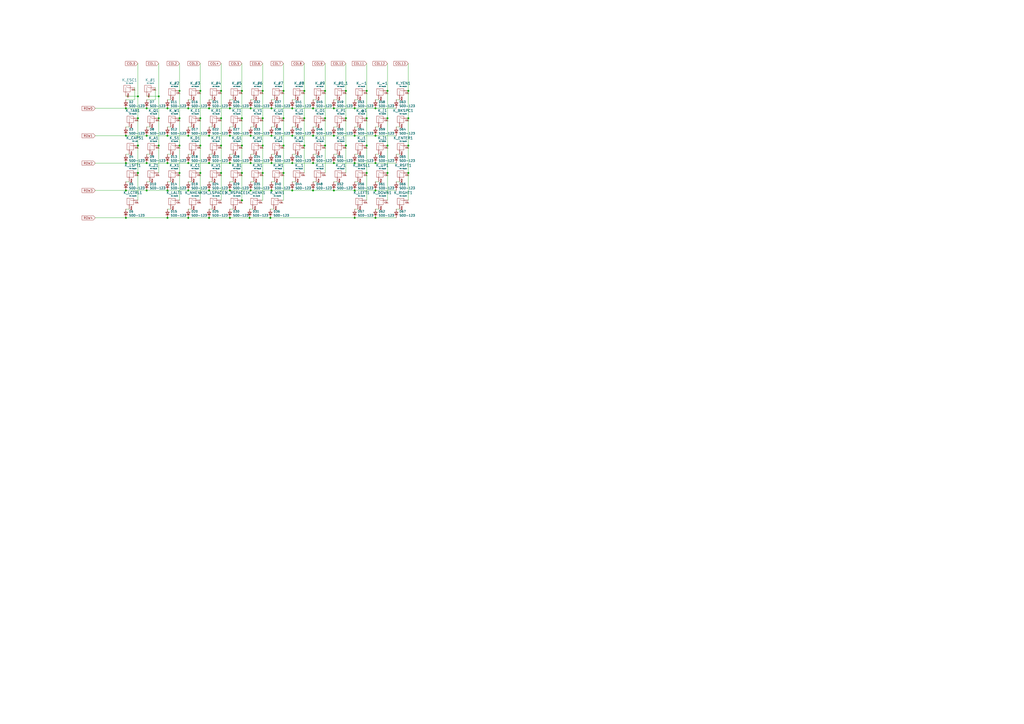
<source format=kicad_sch>
(kicad_sch (version 20211123) (generator eeschema)
  (paper "A2")
  (junction (at 128.27 84.455))
  (junction (at 217.805 62.865))
  (junction (at 181.61 110.49))
  (junction (at 152.4 84.455))
  (junction (at 109.22 78.74))
  (junction (at 212.725 100.33))
  (junction (at 73.025 78.74))
  (junction (at 97.155 126.365))
  (junction (at 145.415 62.865))
  (junction (at 128.27 68.58))
  (junction (at 133.35 126.365))
  (junction (at 121.285 126.365))
  (junction (at 80.01 68.58))
  (junction (at 116.205 100.33))
  (junction (at 200.66 52.705))
  (junction (at 109.22 62.865))
  (junction (at 145.415 110.49))
  (junction (at 92.075 68.58))
  (junction (at 157.48 62.865))
  (junction (at 164.465 68.58))
  (junction (at 217.805 126.365))
  (junction (at 152.4 68.58))
  (junction (at 188.595 84.455))
  (junction (at 236.855 84.455))
  (junction (at 121.285 62.865))
  (junction (at 133.35 94.615))
  (junction (at 121.285 78.74))
  (junction (at 121.285 110.49))
  (junction (at 181.61 94.615))
  (junction (at 133.35 78.74))
  (junction (at 181.61 78.74))
  (junction (at 157.48 94.615))
  (junction (at 73.025 62.865))
  (junction (at 188.595 52.705))
  (junction (at 193.675 110.49))
  (junction (at 85.09 78.74))
  (junction (at 169.545 94.615))
  (junction (at 217.805 78.74))
  (junction (at 212.725 52.705))
  (junction (at 144.78 126.365))
  (junction (at 152.4 100.33))
  (junction (at 140.335 68.58))
  (junction (at 80.01 55.88))
  (junction (at 200.66 84.455))
  (junction (at 104.14 68.58))
  (junction (at 104.14 52.705))
  (junction (at 73.025 126.365))
  (junction (at 121.285 94.615))
  (junction (at 212.725 68.58))
  (junction (at 128.27 100.33))
  (junction (at 109.22 94.615))
  (junction (at 176.53 68.58))
  (junction (at 116.205 52.705))
  (junction (at 157.48 78.74))
  (junction (at 169.545 110.49))
  (junction (at 152.4 52.705))
  (junction (at 217.805 110.49))
  (junction (at 212.725 84.455))
  (junction (at 80.01 84.455))
  (junction (at 156.845 126.365))
  (junction (at 236.855 52.705))
  (junction (at 109.22 110.49))
  (junction (at 140.335 116.205))
  (junction (at 205.74 78.74))
  (junction (at 205.74 94.615))
  (junction (at 116.205 68.58))
  (junction (at 176.53 84.455))
  (junction (at 97.155 110.49))
  (junction (at 224.79 84.455))
  (junction (at 188.595 68.58))
  (junction (at 80.01 100.33))
  (junction (at 85.09 94.615))
  (junction (at 224.79 52.705))
  (junction (at 224.79 68.58))
  (junction (at 85.09 62.865))
  (junction (at 92.075 84.455))
  (junction (at 193.675 94.615))
  (junction (at 181.61 62.865))
  (junction (at 133.35 110.49))
  (junction (at 97.155 94.615))
  (junction (at 104.14 84.455))
  (junction (at 85.09 110.49))
  (junction (at 145.415 94.615))
  (junction (at 116.205 84.455))
  (junction (at 97.155 78.74))
  (junction (at 164.465 84.455))
  (junction (at 104.14 100.33))
  (junction (at 224.79 100.33))
  (junction (at 73.025 110.49))
  (junction (at 145.415 78.74))
  (junction (at 169.545 78.74))
  (junction (at 236.855 100.33))
  (junction (at 205.74 110.49))
  (junction (at 200.66 68.58))
  (junction (at 109.22 126.365))
  (junction (at 157.48 110.49))
  (junction (at 164.465 100.33))
  (junction (at 193.675 62.865))
  (junction (at 176.53 52.705))
  (junction (at 140.335 52.705))
  (junction (at 205.74 62.865))
  (junction (at 73.025 94.615))
  (junction (at 217.805 94.615))
  (junction (at 128.27 52.705))
  (junction (at 164.465 52.705))
  (junction (at 193.675 78.74))
  (junction (at 97.155 62.865))
  (junction (at 205.74 126.365))
  (junction (at 92.075 55.88))
  (junction (at 140.335 100.33))
  (junction (at 140.335 84.455))
  (junction (at 169.545 62.865))
  (junction (at 133.35 62.865))
  (junction (at 236.855 68.58))
  (wire (pts (xy 157.48 57.785) (xy 159.385 57.785)))
  (wire (pts (xy 217.805 78.74) (xy 229.87 78.74)))
  (wire (pts (xy 97.155 121.285) (xy 99.06 121.285)))
  (wire (pts (xy 92.075 36.83) (xy 92.075 55.88)))
  (wire (pts (xy 217.805 121.285) (xy 219.71 121.285)))
  (wire (pts (xy 157.48 110.49) (xy 145.415 110.49)))
  (wire (pts (xy 169.545 73.66) (xy 171.45 73.66)))
  (wire (pts (xy 85.09 89.535) (xy 86.995 89.535)))
  (wire (pts (xy 169.545 62.865) (xy 181.61 62.865)))
  (wire (pts (xy 193.675 110.49) (xy 181.61 110.49)))
  (wire (pts (xy 200.66 100.33) (xy 200.66 84.455)))
  (wire (pts (xy 217.805 105.41) (xy 219.71 105.41)))
  (wire (pts (xy 145.415 110.49) (xy 133.35 110.49)))
  (wire (pts (xy 144.78 121.285) (xy 146.685 121.285)))
  (wire (pts (xy 169.545 110.49) (xy 157.48 110.49)))
  (wire (pts (xy 145.415 78.74) (xy 133.35 78.74)))
  (wire (pts (xy 121.285 126.365) (xy 133.35 126.365)))
  (wire (pts (xy 229.87 105.41) (xy 231.775 105.41)))
  (wire (pts (xy 92.075 68.58) (xy 92.075 84.455)))
  (wire (pts (xy 212.725 84.455) (xy 212.725 100.33)))
  (wire (pts (xy 109.22 105.41) (xy 111.125 105.41)))
  (wire (pts (xy 157.48 105.41) (xy 159.385 105.41)))
  (wire (pts (xy 188.595 52.705) (xy 188.595 68.58)))
  (wire (pts (xy 212.725 52.705) (xy 212.725 68.58)))
  (wire (pts (xy 205.74 57.785) (xy 207.645 57.785)))
  (wire (pts (xy 90.17 50.8) (xy 90.17 57.785)))
  (wire (pts (xy 73.025 110.49) (xy 55.245 110.49)))
  (wire (pts (xy 163.83 116.205) (xy 164.465 116.205)))
  (wire (pts (xy 224.79 68.58) (xy 224.79 84.455)))
  (wire (pts (xy 164.465 100.33) (xy 164.465 116.205)))
  (wire (pts (xy 188.595 84.455) (xy 188.595 100.33)))
  (wire (pts (xy 152.4 100.33) (xy 152.4 116.205)))
  (wire (pts (xy 157.48 94.615) (xy 145.415 94.615)))
  (wire (pts (xy 121.285 73.66) (xy 123.19 73.66)))
  (wire (pts (xy 145.415 73.66) (xy 147.32 73.66)))
  (wire (pts (xy 224.79 84.455) (xy 224.79 100.33)))
  (wire (pts (xy 121.285 121.285) (xy 123.19 121.285)))
  (wire (pts (xy 164.465 84.455) (xy 164.465 100.33)))
  (wire (pts (xy 236.855 84.455) (xy 236.855 100.33)))
  (wire (pts (xy 104.14 68.58) (xy 104.14 52.705)))
  (wire (pts (xy 128.27 84.455) (xy 128.27 68.58)))
  (wire (pts (xy 73.025 126.365) (xy 97.155 126.365)))
  (wire (pts (xy 157.48 62.865) (xy 169.545 62.865)))
  (wire (pts (xy 229.87 121.285) (xy 231.775 121.285)))
  (wire (pts (xy 73.025 57.785) (xy 78.105 57.785)))
  (wire (pts (xy 97.155 57.785) (xy 99.06 57.785)))
  (wire (pts (xy 205.74 94.615) (xy 217.805 94.615)))
  (wire (pts (xy 85.09 110.49) (xy 97.155 110.49)))
  (wire (pts (xy 97.155 62.865) (xy 109.22 62.865)))
  (wire (pts (xy 104.14 52.705) (xy 104.14 36.83)))
  (wire (pts (xy 217.805 126.365) (xy 229.87 126.365)))
  (wire (pts (xy 217.805 73.66) (xy 219.71 73.66)))
  (wire (pts (xy 205.74 78.74) (xy 193.675 78.74)))
  (wire (pts (xy 104.14 100.33) (xy 104.14 84.455)))
  (wire (pts (xy 145.415 62.865) (xy 157.48 62.865)))
  (wire (pts (xy 73.025 62.865) (xy 85.09 62.865)))
  (wire (pts (xy 193.675 62.865) (xy 205.74 62.865)))
  (wire (pts (xy 181.61 89.535) (xy 183.515 89.535)))
  (wire (pts (xy 133.35 110.49) (xy 121.285 110.49)))
  (wire (pts (xy 236.855 68.58) (xy 236.855 84.455)))
  (wire (pts (xy 176.53 52.705) (xy 176.53 36.83)))
  (wire (pts (xy 128.27 100.33) (xy 128.27 116.205)))
  (wire (pts (xy 181.61 110.49) (xy 169.545 110.49)))
  (wire (pts (xy 164.465 68.58) (xy 164.465 84.455)))
  (wire (pts (xy 121.285 78.74) (xy 109.22 78.74)))
  (wire (pts (xy 80.01 55.88) (xy 80.01 68.58)))
  (wire (pts (xy 156.845 126.365) (xy 205.74 126.365)))
  (wire (pts (xy 212.725 36.83) (xy 212.725 52.705)))
  (wire (pts (xy 80.01 116.205) (xy 80.01 100.33)))
  (wire (pts (xy 188.595 68.58) (xy 188.595 84.455)))
  (wire (pts (xy 229.87 89.535) (xy 231.775 89.535)))
  (wire (pts (xy 205.74 110.49) (xy 193.675 110.49)))
  (wire (pts (xy 169.545 89.535) (xy 171.45 89.535)))
  (wire (pts (xy 97.155 126.365) (xy 109.22 126.365)))
  (wire (pts (xy 73.025 73.66) (xy 74.93 73.66)))
  (wire (pts (xy 109.22 110.49) (xy 97.155 110.49)))
  (wire (pts (xy 156.845 121.285) (xy 158.75 121.285)))
  (wire (pts (xy 176.53 100.33) (xy 176.53 84.455)))
  (wire (pts (xy 205.74 105.41) (xy 207.645 105.41)))
  (wire (pts (xy 116.205 52.705) (xy 116.205 68.58)))
  (wire (pts (xy 164.465 36.83) (xy 164.465 52.705)))
  (wire (pts (xy 73.025 110.49) (xy 85.09 110.49)))
  (wire (pts (xy 121.285 89.535) (xy 123.19 89.535)))
  (wire (pts (xy 157.48 89.535) (xy 159.385 89.535)))
  (wire (pts (xy 164.465 52.705) (xy 164.465 68.58)))
  (wire (pts (xy 109.22 126.365) (xy 121.285 126.365)))
  (wire (pts (xy 140.335 116.205) (xy 140.97 116.205)))
  (wire (pts (xy 205.74 73.66) (xy 207.645 73.66)))
  (wire (pts (xy 205.74 62.865) (xy 217.805 62.865)))
  (wire (pts (xy 133.35 89.535) (xy 135.255 89.535)))
  (wire (pts (xy 200.66 68.58) (xy 200.66 52.705)))
  (wire (pts (xy 140.335 84.455) (xy 140.335 100.33)))
  (wire (pts (xy 85.09 55.88) (xy 92.075 55.88)))
  (wire (pts (xy 109.22 73.66) (xy 111.125 73.66)))
  (wire (pts (xy 193.675 89.535) (xy 195.58 89.535)))
  (wire (pts (xy 212.725 68.58) (xy 212.725 84.455)))
  (wire (pts (xy 145.415 89.535) (xy 147.32 89.535)))
  (wire (pts (xy 181.61 62.865) (xy 193.675 62.865)))
  (wire (pts (xy 109.22 62.865) (xy 121.285 62.865)))
  (wire (pts (xy 140.335 36.83) (xy 140.335 52.705)))
  (wire (pts (xy 152.4 84.455) (xy 152.4 100.33)))
  (wire (pts (xy 73.025 94.615) (xy 55.245 94.615)))
  (wire (pts (xy 140.335 100.33) (xy 140.335 116.205)))
  (wire (pts (xy 85.09 105.41) (xy 86.995 105.41)))
  (wire (pts (xy 116.205 116.205) (xy 116.205 100.33)))
  (wire (pts (xy 181.61 57.785) (xy 183.515 57.785)))
  (wire (pts (xy 224.79 52.705) (xy 224.79 36.83)))
  (wire (pts (xy 224.79 68.58) (xy 224.79 52.705)))
  (wire (pts (xy 157.48 78.74) (xy 145.415 78.74)))
  (wire (pts (xy 151.765 116.205) (xy 152.4 116.205)))
  (wire (pts (xy 97.155 89.535) (xy 99.06 89.535)))
  (wire (pts (xy 193.675 57.785) (xy 195.58 57.785)))
  (wire (pts (xy 236.855 100.33) (xy 236.855 116.205)))
  (wire (pts (xy 140.335 68.58) (xy 140.335 84.455)))
  (wire (pts (xy 116.205 36.83) (xy 116.205 52.705)))
  (wire (pts (xy 104.14 116.205) (xy 104.14 100.33)))
  (wire (pts (xy 145.415 57.785) (xy 147.32 57.785)))
  (wire (pts (xy 217.805 110.49) (xy 229.87 110.49)))
  (wire (pts (xy 181.61 78.74) (xy 169.545 78.74)))
  (wire (pts (xy 181.61 105.41) (xy 183.515 105.41)))
  (wire (pts (xy 109.22 94.615) (xy 97.155 94.615)))
  (wire (pts (xy 205.74 89.535) (xy 207.645 89.535)))
  (wire (pts (xy 97.155 73.66) (xy 99.06 73.66)))
  (wire (pts (xy 97.155 78.74) (xy 85.09 78.74)))
  (wire (pts (xy 217.805 78.74) (xy 205.74 78.74)))
  (wire (pts (xy 169.545 105.41) (xy 171.45 105.41)))
  (wire (pts (xy 205.74 110.49) (xy 217.805 110.49)))
  (wire (pts (xy 80.01 84.455) (xy 80.01 100.33)))
  (wire (pts (xy 116.205 84.455) (xy 116.205 100.33)))
  (wire (pts (xy 145.415 94.615) (xy 133.35 94.615)))
  (wire (pts (xy 55.245 62.865) (xy 73.025 62.865)))
  (wire (pts (xy 133.35 105.41) (xy 135.255 105.41)))
  (wire (pts (xy 73.025 55.88) (xy 80.01 55.88)))
  (wire (pts (xy 193.675 105.41) (xy 195.58 105.41)))
  (wire (pts (xy 97.155 105.41) (xy 99.06 105.41)))
  (wire (pts (xy 128.27 100.33) (xy 128.27 84.455)))
  (wire (pts (xy 128.27 52.705) (xy 128.27 36.83)))
  (wire (pts (xy 121.285 110.49) (xy 109.22 110.49)))
  (wire (pts (xy 181.61 94.615) (xy 169.545 94.615)))
  (wire (pts (xy 169.545 94.615) (xy 157.48 94.615)))
  (wire (pts (xy 104.14 84.455) (xy 104.14 68.58)))
  (wire (pts (xy 85.09 94.615) (xy 73.025 94.615)))
  (wire (pts (xy 109.22 78.74) (xy 97.155 78.74)))
  (wire (pts (xy 152.4 52.705) (xy 152.4 36.83)))
  (wire (pts (xy 121.285 62.865) (xy 133.35 62.865)))
  (wire (pts (xy 116.205 68.58) (xy 116.205 84.455)))
  (wire (pts (xy 128.27 68.58) (xy 128.27 52.705)))
  (wire (pts (xy 193.675 78.74) (xy 181.61 78.74)))
  (wire (pts (xy 85.09 73.66) (xy 86.995 73.66)))
  (wire (pts (xy 109.22 121.285) (xy 111.125 121.285)))
  (wire (pts (xy 121.285 57.785) (xy 123.19 57.785)))
  (wire (pts (xy 152.4 68.58) (xy 152.4 84.455)))
  (wire (pts (xy 236.855 36.83) (xy 236.855 52.705)))
  (wire (pts (xy 133.35 94.615) (xy 121.285 94.615)))
  (wire (pts (xy 205.74 94.615) (xy 193.675 94.615)))
  (wire (pts (xy 92.075 84.455) (xy 92.075 100.33)))
  (wire (pts (xy 169.545 57.785) (xy 171.45 57.785)))
  (wire (pts (xy 229.87 57.785) (xy 231.775 57.785)))
  (wire (pts (xy 145.415 105.41) (xy 147.32 105.41)))
  (wire (pts (xy 133.35 73.66) (xy 135.255 73.66)))
  (wire (pts (xy 157.48 73.66) (xy 159.385 73.66)))
  (wire (pts (xy 85.09 57.785) (xy 90.17 57.785)))
  (wire (pts (xy 85.09 78.74) (xy 73.025 78.74)))
  (wire (pts (xy 73.025 121.285) (xy 74.93 121.285)))
  (wire (pts (xy 133.35 62.865) (xy 145.415 62.865)))
  (wire (pts (xy 176.53 84.455) (xy 176.53 68.58)))
  (wire (pts (xy 205.74 121.285) (xy 207.645 121.285)))
  (wire (pts (xy 121.285 105.41) (xy 123.19 105.41)))
  (wire (pts (xy 152.4 68.58) (xy 152.4 52.705)))
  (wire (pts (xy 200.66 52.705) (xy 200.66 36.83)))
  (wire (pts (xy 109.22 89.535) (xy 111.125 89.535)))
  (wire (pts (xy 217.805 57.785) (xy 219.71 57.785)))
  (wire (pts (xy 73.025 89.535) (xy 74.93 89.535)))
  (wire (pts (xy 229.87 73.66) (xy 231.775 73.66)))
  (wire (pts (xy 188.595 36.83) (xy 188.595 52.705)))
  (wire (pts (xy 200.66 84.455) (xy 200.66 68.58)))
  (wire (pts (xy 73.025 105.41) (xy 74.93 105.41)))
  (wire (pts (xy 80.01 36.83) (xy 80.01 55.88)))
  (wire (pts (xy 236.855 52.705) (xy 236.855 68.58)))
  (wire (pts (xy 217.805 89.535) (xy 219.71 89.535)))
  (wire (pts (xy 176.53 68.58) (xy 176.53 52.705)))
  (wire (pts (xy 85.09 62.865) (xy 97.155 62.865)))
  (wire (pts (xy 193.675 73.66) (xy 195.58 73.66)))
  (wire (pts (xy 97.155 94.615) (xy 85.09 94.615)))
  (wire (pts (xy 217.805 62.865) (xy 229.87 62.865)))
  (wire (pts (xy 80.01 68.58) (xy 80.01 84.455)))
  (wire (pts (xy 181.61 73.66) (xy 183.515 73.66)))
  (wire (pts (xy 133.35 57.785) (xy 135.255 57.785)))
  (wire (pts (xy 169.545 78.74) (xy 157.48 78.74)))
  (wire (pts (xy 133.35 126.365) (xy 144.78 126.365)))
  (wire (pts (xy 133.35 121.285) (xy 135.255 121.285)))
  (wire (pts (xy 78.105 50.8) (xy 78.105 57.785)))
  (wire (pts (xy 224.79 100.33) (xy 224.79 116.205)))
  (wire (pts (xy 109.22 57.785) (xy 111.125 57.785)))
  (wire (pts (xy 121.285 94.615) (xy 109.22 94.615)))
  (wire (pts (xy 140.335 52.705) (xy 140.335 68.58)))
  (wire (pts (xy 217.805 94.615) (xy 229.87 94.615)))
  (wire (pts (xy 92.075 55.88) (xy 92.075 68.58)))
  (wire (pts (xy 193.675 94.615) (xy 181.61 94.615)))
  (wire (pts (xy 205.74 126.365) (xy 217.805 126.365)))
  (wire (pts (xy 133.35 78.74) (xy 121.285 78.74)))
  (wire (pts (xy 212.725 100.33) (xy 212.725 116.205)))
  (wire (pts (xy 144.78 126.365) (xy 156.845 126.365)))
  (wire (pts (xy 73.025 78.74) (xy 55.245 78.74)))
  (wire (pts (xy 73.025 126.365) (xy 55.245 126.365)))
  (global_label "COL7" (shape input) (at 164.465 36.83 180) (property "Intersheet References" "${INTERSHEET_REFS}" (effects hide)))
  (global_label "COL1" (shape input) (at 92.075 36.83 180) (property "Intersheet References" "${INTERSHEET_REFS}" (effects hide)))
  (global_label "ROW3" (shape input) (at 55.245 110.49 180) (property "Intersheet References" "${INTERSHEET_REFS}" (effects hide)))
  (global_label "COL12" (shape input) (at 224.79 36.83 180) (property "Intersheet References" "${INTERSHEET_REFS}" (effects hide)))
  (global_label "COL11" (shape input) (at 212.725 36.83 180) (property "Intersheet References" "${INTERSHEET_REFS}" (effects hide)))
  (global_label "COL3" (shape input) (at 116.205 36.83 180) (property "Intersheet References" "${INTERSHEET_REFS}" (effects hide)))
  (global_label "COL2" (shape input) (at 104.14 36.83 180) (property "Intersheet References" "${INTERSHEET_REFS}" (effects hide)))
  (global_label "ROW2" (shape input) (at 55.245 94.615 180) (property "Intersheet References" "${INTERSHEET_REFS}" (effects hide)))
  (global_label "COL9" (shape input) (at 188.595 36.83 180) (property "Intersheet References" "${INTERSHEET_REFS}" (effects hide)))
  (global_label "ROW0" (shape input) (at 55.245 62.865 180) (property "Intersheet References" "${INTERSHEET_REFS}" (effects hide)))
  (global_label "ROW4" (shape input) (at 55.245 126.365 180) (property "Intersheet References" "${INTERSHEET_REFS}" (effects hide)))
  (global_label "COL10" (shape input) (at 200.66 36.83 180) (property "Intersheet References" "${INTERSHEET_REFS}" (effects hide)))
  (global_label "COL4" (shape input) (at 128.27 36.83 180) (property "Intersheet References" "${INTERSHEET_REFS}" (effects hide)))
  (global_label "COL13" (shape input) (at 236.855 36.83 180) (property "Intersheet References" "${INTERSHEET_REFS}" (effects hide)))
  (global_label "COL6" (shape input) (at 152.4 36.83 180) (property "Intersheet References" "${INTERSHEET_REFS}" (effects hide)))
  (global_label "COL5" (shape input) (at 140.335 36.83 180) (property "Intersheet References" "${INTERSHEET_REFS}" (effects hide)))
  (global_label "COL0" (shape input) (at 80.01 36.83 180) (property "Intersheet References" "${INTERSHEET_REFS}" (effects hide)))
  (global_label "ROW1" (shape input) (at 55.245 78.74 180) (property "Intersheet References" "${INTERSHEET_REFS}" (effects hide)))
  (global_label "COL8" (shape input) (at 176.53 36.83 180) (property "Intersheet References" "${INTERSHEET_REFS}" (effects hide)))
  (symbol (lib_id "MX_Alps_Hybrid:MX-NoLED") (at 74.295 52.07 0) (unit 1)
    (property "Reference" "K_ESC1" (at 75.1332 46.4058 0) (effects (font (size 1.524 1.524))))
    (property "Value" "MX-NoLED" (at 75.1332 48.2854 0) (effects (font (size 0.508 0.508))))
    (property "Footprint" "MX_Only:MXOnly-1U-Hotswap" (effects hide))
  )
  (symbol (lib_id "Device:D_Small") (at 73.025 60.325 90) (unit 1)
    (property "Reference" "D2" (at 74.7522 59.1566 90) (effects (justify right)))
    (property "Value" "SOD-123" (at 74.7522 61.468 90) (effects (justify right)))
    (property "Footprint" "Diode_SMD:D_SOD-123" (effects hide))
  )
  (symbol (lib_id "MX_Alps_Hybrid:MX-NoLED") (at 86.36 52.07 0) (unit 1)
    (property "Reference" "K_#1" (at 87.1982 46.4058 0) (effects (font (size 1.524 1.524))))
    (property "Value" "MX-NoLED" (at 87.1982 48.2854 0) (effects (font (size 0.508 0.508))))
    (property "Footprint" "MX_Only:MXOnly-1U-Hotswap" (effects hide))
  )
  (symbol (lib_id "Device:D_Small") (at 85.09 60.325 90) (unit 1)
    (property "Reference" "D7" (at 86.8172 59.1566 90) (effects (justify right)))
    (property "Value" "SOD-123" (at 86.8172 61.468 90) (effects (justify right)))
    (property "Footprint" "Diode_SMD:D_SOD-123" (effects hide))
  )
  (symbol (lib_id "MX_Alps_Hybrid:MX-NoLED") (at 100.33 53.975 0) (unit 1)
    (property "Reference" "K_#2" (at 101.1682 48.3108 0) (effects (font (size 1.524 1.524))))
    (property "Value" "MX-NoLED" (at 101.1682 50.1904 0) (effects (font (size 0.508 0.508))))
    (property "Footprint" "MX_Only:MXOnly-1U-Hotswap" (effects hide))
  )
  (symbol (lib_id "Device:D_Small") (at 97.155 60.325 90) (unit 1)
    (property "Reference" "D11" (at 98.8822 59.1566 90) (effects (justify right)))
    (property "Value" "SOD-123" (at 98.8822 61.468 90) (effects (justify right)))
    (property "Footprint" "Diode_SMD:D_SOD-123" (effects hide))
  )
  (symbol (lib_id "MX_Alps_Hybrid:MX-NoLED") (at 112.395 53.975 0) (unit 1)
    (property "Reference" "K_#3" (at 113.2332 48.3108 0) (effects (font (size 1.524 1.524))))
    (property "Value" "MX-NoLED" (at 113.2332 50.1904 0) (effects (font (size 0.508 0.508))))
    (property "Footprint" "MX_Only:MXOnly-1U-Hotswap" (effects hide))
  )
  (symbol (lib_id "Device:D_Small") (at 109.22 60.325 90) (unit 1)
    (property "Reference" "D16" (at 110.9472 59.1566 90) (effects (justify right)))
    (property "Value" "SOD-123" (at 110.9472 61.468 90) (effects (justify right)))
    (property "Footprint" "Diode_SMD:D_SOD-123" (effects hide))
  )
  (symbol (lib_id "MX_Alps_Hybrid:MX-NoLED") (at 124.46 53.975 0) (unit 1)
    (property "Reference" "K_#4" (at 125.2982 48.3108 0) (effects (font (size 1.524 1.524))))
    (property "Value" "MX-NoLED" (at 125.2982 50.1904 0) (effects (font (size 0.508 0.508))))
    (property "Footprint" "MX_Only:MXOnly-1U-Hotswap" (effects hide))
  )
  (symbol (lib_id "Device:D_Small") (at 121.285 60.325 90) (unit 1)
    (property "Reference" "D21" (at 123.0122 59.1566 90) (effects (justify right)))
    (property "Value" "SOD-123" (at 123.0122 61.468 90) (effects (justify right)))
    (property "Footprint" "Diode_SMD:D_SOD-123" (effects hide))
  )
  (symbol (lib_id "MX_Alps_Hybrid:MX-NoLED") (at 136.525 53.975 0) (unit 1)
    (property "Reference" "K_#5" (at 137.3632 48.3108 0) (effects (font (size 1.524 1.524))))
    (property "Value" "MX-NoLED" (at 137.3632 50.1904 0) (effects (font (size 0.508 0.508))))
    (property "Footprint" "MX_Only:MXOnly-1U-Hotswap" (effects hide))
  )
  (symbol (lib_id "Device:D_Small") (at 133.35 60.325 90) (unit 1)
    (property "Reference" "D26" (at 135.0772 59.1566 90) (effects (justify right)))
    (property "Value" "SOD-123" (at 135.0772 61.468 90) (effects (justify right)))
    (property "Footprint" "Diode_SMD:D_SOD-123" (effects hide))
  )
  (symbol (lib_id "MX_Alps_Hybrid:MX-NoLED") (at 148.59 53.975 0) (unit 1)
    (property "Reference" "K_#6" (at 149.4282 48.3108 0) (effects (font (size 1.524 1.524))))
    (property "Value" "MX-NoLED" (at 149.4282 50.1904 0) (effects (font (size 0.508 0.508))))
    (property "Footprint" "MX_Only:MXOnly-1U-Hotswap" (effects hide))
  )
  (symbol (lib_id "Device:D_Small") (at 145.415 60.325 90) (unit 1)
    (property "Reference" "D32" (at 147.1422 59.1566 90) (effects (justify right)))
    (property "Value" "SOD-123" (at 147.1422 61.468 90) (effects (justify right)))
    (property "Footprint" "Diode_SMD:D_SOD-123" (effects hide))
  )
  (symbol (lib_id "MX_Alps_Hybrid:MX-NoLED") (at 160.655 53.975 0) (unit 1)
    (property "Reference" "K_#7" (at 161.4932 48.3108 0) (effects (font (size 1.524 1.524))))
    (property "Value" "MX-NoLED" (at 161.4932 50.1904 0) (effects (font (size 0.508 0.508))))
    (property "Footprint" "MX_Only:MXOnly-1U-Hotswap" (effects hide))
  )
  (symbol (lib_id "Device:D_Small") (at 157.48 60.325 90) (unit 1)
    (property "Reference" "D37" (at 159.2072 59.1566 90) (effects (justify right)))
    (property "Value" "SOD-123" (at 159.2072 61.468 90) (effects (justify right)))
    (property "Footprint" "Diode_SMD:D_SOD-123" (effects hide))
  )
  (symbol (lib_id "MX_Alps_Hybrid:MX-NoLED") (at 172.72 53.975 0) (unit 1)
    (property "Reference" "K_#8" (at 173.5582 48.3108 0) (effects (font (size 1.524 1.524))))
    (property "Value" "MX-NoLED" (at 173.5582 50.1904 0) (effects (font (size 0.508 0.508))))
    (property "Footprint" "MX_Only:MXOnly-1U-Hotswap" (effects hide))
  )
  (symbol (lib_id "Device:D_Small") (at 169.545 60.325 90) (unit 1)
    (property "Reference" "D41" (at 171.2722 59.1566 90) (effects (justify right)))
    (property "Value" "SOD-123" (at 171.2722 61.468 90) (effects (justify right)))
    (property "Footprint" "Diode_SMD:D_SOD-123" (effects hide))
  )
  (symbol (lib_id "MX_Alps_Hybrid:MX-NoLED") (at 184.785 53.975 0) (unit 1)
    (property "Reference" "K_#9" (at 185.6232 48.3108 0) (effects (font (size 1.524 1.524))))
    (property "Value" "MX-NoLED" (at 185.6232 50.1904 0) (effects (font (size 0.508 0.508))))
    (property "Footprint" "MX_Only:MXOnly-1U-Hotswap" (effects hide))
  )
  (symbol (lib_id "Device:D_Small") (at 181.61 60.325 90) (unit 1)
    (property "Reference" "D45" (at 183.3372 59.1566 90) (effects (justify right)))
    (property "Value" "SOD-123" (at 183.3372 61.468 90) (effects (justify right)))
    (property "Footprint" "Diode_SMD:D_SOD-123" (effects hide))
  )
  (symbol (lib_id "MX_Alps_Hybrid:MX-NoLED") (at 196.85 53.975 0) (unit 1)
    (property "Reference" "K_#0_1" (at 197.6882 48.3108 0) (effects (font (size 1.524 1.524))))
    (property "Value" "MX-NoLED" (at 197.6882 50.1904 0) (effects (font (size 0.508 0.508))))
    (property "Footprint" "MX_Only:MXOnly-1U-Hotswap" (effects hide))
  )
  (symbol (lib_id "Device:D_Small") (at 193.675 60.325 90) (unit 1)
    (property "Reference" "D49" (at 195.4022 59.1566 90) (effects (justify right)))
    (property "Value" "SOD-123" (at 195.4022 61.468 90) (effects (justify right)))
    (property "Footprint" "Diode_SMD:D_SOD-123" (effects hide))
  )
  (symbol (lib_id "MX_Alps_Hybrid:MX-NoLED") (at 208.915 53.975 0) (unit 1)
    (property "Reference" "K_-1" (at 209.7532 48.3108 0) (effects (font (size 1.524 1.524))))
    (property "Value" "MX-NoLED" (at 209.7532 50.1904 0) (effects (font (size 0.508 0.508))))
    (property "Footprint" "MX_Only:MXOnly-1U-Hotswap" (effects hide))
  )
  (symbol (lib_id "Device:D_Small") (at 205.74 60.325 90) (unit 1)
    (property "Reference" "D53" (at 207.4672 59.1566 90) (effects (justify right)))
    (property "Value" "SOD-123" (at 207.4672 61.468 90) (effects (justify right)))
    (property "Footprint" "Diode_SMD:D_SOD-123" (effects hide))
  )
  (symbol (lib_id "MX_Alps_Hybrid:MX-NoLED") (at 220.98 53.975 0) (unit 1)
    (property "Reference" "K_=1" (at 221.8182 48.3108 0) (effects (font (size 1.524 1.524))))
    (property "Value" "MX-NoLED" (at 221.8182 50.1904 0) (effects (font (size 0.508 0.508))))
    (property "Footprint" "MX_Only:MXOnly-1U-Hotswap" (effects hide))
  )
  (symbol (lib_id "Device:D_Small") (at 217.805 60.325 90) (unit 1)
    (property "Reference" "D58" (at 219.5322 59.1566 90) (effects (justify right)))
    (property "Value" "SOD-123" (at 219.5322 61.468 90) (effects (justify right)))
    (property "Footprint" "Diode_SMD:D_SOD-123" (effects hide))
  )
  (symbol (lib_id "MX_Alps_Hybrid:MX-NoLED") (at 233.045 53.975 0) (unit 1)
    (property "Reference" "K_YEN1" (at 233.8832 48.3108 0) (effects (font (size 1.524 1.524))))
    (property "Value" "MX-NoLED" (at 233.8832 50.1904 0) (effects (font (size 0.508 0.508))))
    (property "Footprint" "MX_Only:MXOnly-1U-Hotswap" (effects hide))
  )
  (symbol (lib_id "Device:D_Small") (at 229.87 60.325 90) (unit 1)
    (property "Reference" "D63" (at 231.5972 59.1566 90) (effects (justify right)))
    (property "Value" "SOD-123" (at 231.5972 61.468 90) (effects (justify right)))
    (property "Footprint" "Diode_SMD:D_SOD-123" (effects hide))
  )
  (symbol (lib_id "MX_Alps_Hybrid:MX-NoLED") (at 76.2 69.85 0) (unit 1)
    (property "Reference" "K_TAB1" (at 77.0382 64.1858 0) (effects (font (size 1.524 1.524))))
    (property "Value" "MX-NoLED" (at 77.0382 66.0654 0) (effects (font (size 0.508 0.508))))
    (property "Footprint" "MX_Only:MXOnly-1.5U-Hotswap" (effects hide))
  )
  (symbol (lib_id "Device:D_Small") (at 73.025 76.2 90) (unit 1)
    (property "Reference" "D3" (at 74.7522 75.0316 90) (effects (justify right)))
    (property "Value" "SOD-123" (at 74.7522 77.343 90) (effects (justify right)))
    (property "Footprint" "Diode_SMD:D_SOD-123" (effects hide))
  )
  (symbol (lib_id "MX_Alps_Hybrid:MX-NoLED") (at 88.265 69.85 0) (unit 1)
    (property "Reference" "K_Q1" (at 89.1032 64.1858 0) (effects (font (size 1.524 1.524))))
    (property "Value" "MX-NoLED" (at 89.1032 66.0654 0) (effects (font (size 0.508 0.508))))
    (property "Footprint" "MX_Only:MXOnly-1U-Hotswap" (effects hide))
  )
  (symbol (lib_id "Device:D_Small") (at 85.09 76.2 90) (unit 1)
    (property "Reference" "D8" (at 86.8172 75.0316 90) (effects (justify right)))
    (property "Value" "SOD-123" (at 86.8172 77.343 90) (effects (justify right)))
    (property "Footprint" "Diode_SMD:D_SOD-123" (effects hide))
  )
  (symbol (lib_id "MX_Alps_Hybrid:MX-NoLED") (at 100.33 69.85 0) (unit 1)
    (property "Reference" "K_W1" (at 101.1682 64.1858 0) (effects (font (size 1.524 1.524))))
    (property "Value" "MX-NoLED" (at 101.1682 66.0654 0) (effects (font (size 0.508 0.508))))
    (property "Footprint" "MX_Only:MXOnly-1U-Hotswap" (effects hide))
  )
  (symbol (lib_id "Device:D_Small") (at 97.155 76.2 90) (unit 1)
    (property "Reference" "D12" (at 98.8822 75.0316 90) (effects (justify right)))
    (property "Value" "SOD-123" (at 98.8822 77.343 90) (effects (justify right)))
    (property "Footprint" "Diode_SMD:D_SOD-123" (effects hide))
  )
  (symbol (lib_id "MX_Alps_Hybrid:MX-NoLED") (at 112.395 69.85 0) (unit 1)
    (property "Reference" "K_E1" (at 113.2332 64.1858 0) (effects (font (size 1.524 1.524))))
    (property "Value" "MX-NoLED" (at 113.2332 66.0654 0) (effects (font (size 0.508 0.508))))
    (property "Footprint" "MX_Only:MXOnly-1U-Hotswap" (effects hide))
  )
  (symbol (lib_id "Device:D_Small") (at 109.22 76.2 90) (unit 1)
    (property "Reference" "D17" (at 110.9472 75.0316 90) (effects (justify right)))
    (property "Value" "SOD-123" (at 110.9472 77.343 90) (effects (justify right)))
    (property "Footprint" "Diode_SMD:D_SOD-123" (effects hide))
  )
  (symbol (lib_id "MX_Alps_Hybrid:MX-NoLED") (at 124.46 69.85 0) (unit 1)
    (property "Reference" "K_R1" (at 125.2982 64.1858 0) (effects (font (size 1.524 1.524))))
    (property "Value" "MX-NoLED" (at 125.2982 66.0654 0) (effects (font (size 0.508 0.508))))
    (property "Footprint" "MX_Only:MXOnly-1U-Hotswap" (effects hide))
  )
  (symbol (lib_id "Device:D_Small") (at 121.285 76.2 90) (unit 1)
    (property "Reference" "D22" (at 123.0122 75.0316 90) (effects (justify right)))
    (property "Value" "SOD-123" (at 123.0122 77.343 90) (effects (justify right)))
    (property "Footprint" "Diode_SMD:D_SOD-123" (effects hide))
  )
  (symbol (lib_id "MX_Alps_Hybrid:MX-NoLED") (at 136.525 69.85 0) (unit 1)
    (property "Reference" "K_T1" (at 137.3632 64.1858 0) (effects (font (size 1.524 1.524))))
    (property "Value" "MX-NoLED" (at 137.3632 66.0654 0) (effects (font (size 0.508 0.508))))
    (property "Footprint" "MX_Only:MXOnly-1U-Hotswap" (effects hide))
  )
  (symbol (lib_id "Device:D_Small") (at 133.35 76.2 90) (unit 1)
    (property "Reference" "D27" (at 135.0772 75.0316 90) (effects (justify right)))
    (property "Value" "SOD-123" (at 135.0772 77.343 90) (effects (justify right)))
    (property "Footprint" "Diode_SMD:D_SOD-123" (effects hide))
  )
  (symbol (lib_id "MX_Alps_Hybrid:MX-NoLED") (at 148.59 69.85 0) (unit 1)
    (property "Reference" "K_Y1" (at 149.4282 64.1858 0) (effects (font (size 1.524 1.524))))
    (property "Value" "MX-NoLED" (at 149.4282 66.0654 0) (effects (font (size 0.508 0.508))))
    (property "Footprint" "MX_Only:MXOnly-1U-Hotswap" (effects hide))
  )
  (symbol (lib_id "Device:D_Small") (at 145.415 76.2 90) (unit 1)
    (property "Reference" "D33" (at 147.1422 75.0316 90) (effects (justify right)))
    (property "Value" "SOD-123" (at 147.1422 77.343 90) (effects (justify right)))
    (property "Footprint" "Diode_SMD:D_SOD-123" (effects hide))
  )
  (symbol (lib_id "MX_Alps_Hybrid:MX-NoLED") (at 160.655 69.85 0) (unit 1)
    (property "Reference" "K_U1" (at 161.4932 64.1858 0) (effects (font (size 1.524 1.524))))
    (property "Value" "MX-NoLED" (at 161.4932 66.0654 0) (effects (font (size 0.508 0.508))))
    (property "Footprint" "MX_Only:MXOnly-1U-Hotswap" (effects hide))
  )
  (symbol (lib_id "Device:D_Small") (at 157.48 76.2 90) (unit 1)
    (property "Reference" "D38" (at 159.2072 75.0316 90) (effects (justify right)))
    (property "Value" "SOD-123" (at 159.2072 77.343 90) (effects (justify right)))
    (property "Footprint" "Diode_SMD:D_SOD-123" (effects hide))
  )
  (symbol (lib_id "MX_Alps_Hybrid:MX-NoLED") (at 172.72 69.85 0) (unit 1)
    (property "Reference" "K_I1" (at 173.5582 64.1858 0) (effects (font (size 1.524 1.524))))
    (property "Value" "MX-NoLED" (at 173.5582 66.0654 0) (effects (font (size 0.508 0.508))))
    (property "Footprint" "MX_Only:MXOnly-1U-Hotswap" (effects hide))
  )
  (symbol (lib_id "Device:D_Small") (at 169.545 76.2 90) (unit 1)
    (property "Reference" "D42" (at 171.2722 75.0316 90) (effects (justify right)))
    (property "Value" "SOD-123" (at 171.2722 77.343 90) (effects (justify right)))
    (property "Footprint" "Diode_SMD:D_SOD-123" (effects hide))
  )
  (symbol (lib_id "MX_Alps_Hybrid:MX-NoLED") (at 184.785 69.85 0) (unit 1)
    (property "Reference" "K_O1" (at 185.6232 64.1858 0) (effects (font (size 1.524 1.524))))
    (property "Value" "MX-NoLED" (at 185.6232 66.0654 0) (effects (font (size 0.508 0.508))))
    (property "Footprint" "MX_Only:MXOnly-1U-Hotswap" (effects hide))
  )
  (symbol (lib_id "Device:D_Small") (at 181.61 76.2 90) (unit 1)
    (property "Reference" "D46" (at 183.3372 75.0316 90) (effects (justify right)))
    (property "Value" "SOD-123" (at 183.3372 77.343 90) (effects (justify right)))
    (property "Footprint" "Diode_SMD:D_SOD-123" (effects hide))
  )
  (symbol (lib_id "MX_Alps_Hybrid:MX-NoLED") (at 196.85 69.85 0) (unit 1)
    (property "Reference" "K_P1" (at 197.6882 64.1858 0) (effects (font (size 1.524 1.524))))
    (property "Value" "MX-NoLED" (at 197.6882 66.0654 0) (effects (font (size 0.508 0.508))))
    (property "Footprint" "MX_Only:MXOnly-1U-Hotswap" (effects hide))
  )
  (symbol (lib_id "Device:D_Small") (at 193.675 76.2 90) (unit 1)
    (property "Reference" "D50" (at 195.4022 75.0316 90) (effects (justify right)))
    (property "Value" "SOD-123" (at 195.4022 77.343 90) (effects (justify right)))
    (property "Footprint" "Diode_SMD:D_SOD-123" (effects hide))
  )
  (symbol (lib_id "MX_Alps_Hybrid:MX-NoLED") (at 208.915 69.85 0) (unit 1)
    (property "Reference" "K_@1" (at 209.7532 64.1858 0) (effects (font (size 1.524 1.524))))
    (property "Value" "MX-NoLED" (at 209.7532 66.0654 0) (effects (font (size 0.508 0.508))))
    (property "Footprint" "MX_Only:MXOnly-1U-Hotswap" (effects hide))
  )
  (symbol (lib_id "Device:D_Small") (at 205.74 76.2 90) (unit 1)
    (property "Reference" "D54" (at 207.4672 75.0316 90) (effects (justify right)))
    (property "Value" "SOD-123" (at 207.4672 77.343 90) (effects (justify right)))
    (property "Footprint" "Diode_SMD:D_SOD-123" (effects hide))
  )
  (symbol (lib_id "MX_Alps_Hybrid:MX-NoLED") (at 220.98 69.85 0) (unit 1)
    (property "Reference" "K_[1" (at 221.8182 64.1858 0) (effects (font (size 1.524 1.524))))
    (property "Value" "MX-NoLED" (at 221.8182 66.0654 0) (effects (font (size 0.508 0.508))))
    (property "Footprint" "MX_Only:MXOnly-1U-Hotswap" (effects hide))
  )
  (symbol (lib_id "Device:D_Small") (at 217.805 76.2 90) (unit 1)
    (property "Reference" "D59" (at 219.5322 75.0316 90) (effects (justify right)))
    (property "Value" "SOD-123" (at 219.5322 77.343 90) (effects (justify right)))
    (property "Footprint" "Diode_SMD:D_SOD-123" (effects hide))
  )
  (symbol (lib_id "MX_Alps_Hybrid:MX-NoLED") (at 220.98 85.725 0) (unit 1)
    (property "Reference" "K_]1" (at 221.8182 80.0608 0) (effects (font (size 1.524 1.524))))
    (property "Value" "MX-NoLED" (at 221.8182 81.9404 0) (effects (font (size 0.508 0.508))))
    (property "Footprint" "MX_Only:MXOnly-1U-Hotswap" (effects hide))
  )
  (symbol (lib_id "Device:D_Small") (at 217.805 92.075 90) (unit 1)
    (property "Reference" "D60" (at 219.5322 90.9066 90) (effects (justify right)))
    (property "Value" "SOD-123" (at 219.5322 93.218 90) (effects (justify right)))
    (property "Footprint" "Diode_SMD:D_SOD-123" (effects hide))
  )
  (symbol (lib_id "Device:D_Small") (at 73.025 92.075 90) (unit 1)
    (property "Reference" "D4" (at 74.7522 90.9066 90) (effects (justify right)))
    (property "Value" "SOD-123" (at 74.7522 93.218 90) (effects (justify right)))
    (property "Footprint" "Diode_SMD:D_SOD-123" (effects hide))
  )
  (symbol (lib_id "MX_Alps_Hybrid:MX-NoLED") (at 88.265 85.725 0) (unit 1)
    (property "Reference" "K_A1" (at 89.1032 80.0608 0) (effects (font (size 1.524 1.524))))
    (property "Value" "MX-NoLED" (at 89.1032 81.9404 0) (effects (font (size 0.508 0.508))))
    (property "Footprint" "MX_Only:MXOnly-1U-Hotswap" (effects hide))
  )
  (symbol (lib_id "Device:D_Small") (at 85.09 92.075 90) (unit 1)
    (property "Reference" "D9" (at 86.8172 90.9066 90) (effects (justify right)))
    (property "Value" "SOD-123" (at 86.8172 93.218 90) (effects (justify right)))
    (property "Footprint" "Diode_SMD:D_SOD-123" (effects hide))
  )
  (symbol (lib_id "MX_Alps_Hybrid:MX-NoLED") (at 100.33 85.725 0) (unit 1)
    (property "Reference" "K_S1" (at 101.1682 80.0608 0) (effects (font (size 1.524 1.524))))
    (property "Value" "MX-NoLED" (at 101.1682 81.9404 0) (effects (font (size 0.508 0.508))))
    (property "Footprint" "MX_Only:MXOnly-1U-Hotswap" (effects hide))
  )
  (symbol (lib_id "Device:D_Small") (at 97.155 92.075 90) (unit 1)
    (property "Reference" "D13" (at 98.8822 90.9066 90) (effects (justify right)))
    (property "Value" "SOD-123" (at 98.8822 93.218 90) (effects (justify right)))
    (property "Footprint" "Diode_SMD:D_SOD-123" (effects hide))
  )
  (symbol (lib_id "MX_Alps_Hybrid:MX-NoLED") (at 112.395 85.725 0) (unit 1)
    (property "Reference" "K_D1" (at 113.2332 80.0608 0) (effects (font (size 1.524 1.524))))
    (property "Value" "MX-NoLED" (at 113.2332 81.9404 0) (effects (font (size 0.508 0.508))))
    (property "Footprint" "MX_Only:MXOnly-1U-Hotswap" (effects hide))
  )
  (symbol (lib_id "Device:D_Small") (at 109.22 92.075 90) (unit 1)
    (property "Reference" "D18" (at 110.9472 90.9066 90) (effects (justify right)))
    (property "Value" "SOD-123" (at 110.9472 93.218 90) (effects (justify right)))
    (property "Footprint" "Diode_SMD:D_SOD-123" (effects hide))
  )
  (symbol (lib_id "MX_Alps_Hybrid:MX-NoLED") (at 124.46 85.725 0) (unit 1)
    (property "Reference" "K_F1" (at 125.2982 80.0608 0) (effects (font (size 1.524 1.524))))
    (property "Value" "MX-NoLED" (at 125.2982 81.9404 0) (effects (font (size 0.508 0.508))))
    (property "Footprint" "MX_Only:MXOnly-1U-Hotswap" (effects hide))
  )
  (symbol (lib_id "Device:D_Small") (at 121.285 92.075 90) (unit 1)
    (property "Reference" "D23" (at 123.0122 90.9066 90) (effects (justify right)))
    (property "Value" "SOD-123" (at 123.0122 93.218 90) (effects (justify right)))
    (property "Footprint" "Diode_SMD:D_SOD-123" (effects hide))
  )
  (symbol (lib_id "MX_Alps_Hybrid:MX-NoLED") (at 136.525 85.725 0) (unit 1)
    (property "Reference" "K_G1" (at 137.3632 80.0608 0) (effects (font (size 1.524 1.524))))
    (property "Value" "MX-NoLED" (at 137.3632 81.9404 0) (effects (font (size 0.508 0.508))))
    (property "Footprint" "MX_Only:MXOnly-1U-Hotswap" (effects hide))
  )
  (symbol (lib_id "Device:D_Small") (at 133.35 92.075 90) (unit 1)
    (property "Reference" "D28" (at 135.0772 90.9066 90) (effects (justify right)))
    (property "Value" "SOD-123" (at 135.0772 93.218 90) (effects (justify right)))
    (property "Footprint" "Diode_SMD:D_SOD-123" (effects hide))
  )
  (symbol (lib_id "MX_Alps_Hybrid:MX-NoLED") (at 148.59 85.725 0) (unit 1)
    (property "Reference" "K_H1" (at 149.4282 80.0608 0) (effects (font (size 1.524 1.524))))
    (property "Value" "MX-NoLED" (at 149.4282 81.9404 0) (effects (font (size 0.508 0.508))))
    (property "Footprint" "MX_Only:MXOnly-1U-Hotswap" (effects hide))
  )
  (symbol (lib_id "Device:D_Small") (at 145.415 92.075 90) (unit 1)
    (property "Reference" "D34" (at 147.1422 90.9066 90) (effects (justify right)))
    (property "Value" "SOD-123" (at 147.1422 93.218 90) (effects (justify right)))
    (property "Footprint" "Diode_SMD:D_SOD-123" (effects hide))
  )
  (symbol (lib_id "MX_Alps_Hybrid:MX-NoLED") (at 160.655 85.725 0) (unit 1)
    (property "Reference" "K_J1" (at 161.4932 80.0608 0) (effects (font (size 1.524 1.524))))
    (property "Value" "MX-NoLED" (at 161.4932 81.9404 0) (effects (font (size 0.508 0.508))))
    (property "Footprint" "MX_Only:MXOnly-1U-Hotswap" (effects hide))
  )
  (symbol (lib_id "Device:D_Small") (at 157.48 92.075 90) (unit 1)
    (property "Reference" "D39" (at 159.2072 90.9066 90) (effects (justify right)))
    (property "Value" "SOD-123" (at 159.2072 93.218 90) (effects (justify right)))
    (property "Footprint" "Diode_SMD:D_SOD-123" (effects hide))
  )
  (symbol (lib_id "MX_Alps_Hybrid:MX-NoLED") (at 172.72 85.725 0) (unit 1)
    (property "Reference" "K_K1" (at 173.5582 80.0608 0) (effects (font (size 1.524 1.524))))
    (property "Value" "MX-NoLED" (at 173.5582 81.9404 0) (effects (font (size 0.508 0.508))))
    (property "Footprint" "MX_Only:MXOnly-1U-Hotswap" (effects hide))
  )
  (symbol (lib_id "Device:D_Small") (at 169.545 92.075 90) (unit 1)
    (property "Reference" "D43" (at 171.2722 90.9066 90) (effects (justify right)))
    (property "Value" "SOD-123" (at 171.2722 93.218 90) (effects (justify right)))
    (property "Footprint" "Diode_SMD:D_SOD-123" (effects hide))
  )
  (symbol (lib_id "MX_Alps_Hybrid:MX-NoLED") (at 184.785 85.725 0) (unit 1)
    (property "Reference" "K_L1" (at 185.6232 80.0608 0) (effects (font (size 1.524 1.524))))
    (property "Value" "MX-NoLED" (at 185.6232 81.9404 0) (effects (font (size 0.508 0.508))))
    (property "Footprint" "MX_Only:MXOnly-1U-Hotswap" (effects hide))
  )
  (symbol (lib_id "Device:D_Small") (at 181.61 92.075 90) (unit 1)
    (property "Reference" "D47" (at 183.3372 90.9066 90) (effects (justify right)))
    (property "Value" "SOD-123" (at 183.3372 93.218 90) (effects (justify right)))
    (property "Footprint" "Diode_SMD:D_SOD-123" (effects hide))
  )
  (symbol (lib_id "MX_Alps_Hybrid:MX-NoLED") (at 196.85 85.725 0) (unit 1)
    (property "Reference" "K_;1" (at 197.6882 80.0608 0) (effects (font (size 1.524 1.524))))
    (property "Value" "MX-NoLED" (at 197.6882 81.9404 0) (effects (font (size 0.508 0.508))))
    (property "Footprint" "MX_Only:MXOnly-1U-Hotswap" (effects hide))
  )
  (symbol (lib_id "Device:D_Small") (at 193.675 92.075 90) (unit 1)
    (property "Reference" "D51" (at 195.4022 90.9066 90) (effects (justify right)))
    (property "Value" "SOD-123" (at 195.4022 93.218 90) (effects (justify right)))
    (property "Footprint" "Diode_SMD:D_SOD-123" (effects hide))
  )
  (symbol (lib_id "MX_Alps_Hybrid:MX-NoLED") (at 208.915 85.725 0) (unit 1)
    (property "Reference" "K_:1" (at 209.7532 80.0608 0) (effects (font (size 1.524 1.524))))
    (property "Value" "MX-NoLED" (at 209.7532 81.9404 0) (effects (font (size 0.508 0.508))))
    (property "Footprint" "MX_Only:MXOnly-1U-Hotswap" (effects hide))
  )
  (symbol (lib_id "Device:D_Small") (at 205.74 92.075 90) (unit 1)
    (property "Reference" "D55" (at 207.4672 90.9066 90) (effects (justify right)))
    (property "Value" "SOD-123" (at 207.4672 93.218 90) (effects (justify right)))
    (property "Footprint" "Diode_SMD:D_SOD-123" (effects hide))
  )
  (symbol (lib_id "MX_Alps_Hybrid:MX-NoLED") (at 233.045 85.725 0) (unit 1)
    (property "Reference" "K_ENTER1" (at 233.8832 80.0608 0) (effects (font (size 1.524 1.524))))
    (property "Value" "MX-NoLED" (at 233.8832 81.9404 0) (effects (font (size 0.508 0.508))))
    (property "Footprint" "MX_Only:MXOnly-ISO-ROTATED-Hotswap" (effects hide))
  )
  (symbol (lib_id "Device:D_Small") (at 229.87 92.075 90) (unit 1)
    (property "Reference" "D65" (at 231.5972 90.9066 90) (effects (justify right)))
    (property "Value" "SOD-123" (at 231.5972 93.218 90) (effects (justify right)))
    (property "Footprint" "Diode_SMD:D_SOD-123" (effects hide))
  )
  (symbol (lib_id "MX_Alps_Hybrid:MX-NoLED") (at 76.2 101.6 0) (unit 1)
    (property "Reference" "K_LSFT1" (at 77.0382 95.9358 0) (effects (font (size 1.524 1.524))))
    (property "Value" "MX-NoLED" (at 77.0382 97.8154 0) (effects (font (size 0.508 0.508))))
    (property "Footprint" "MX_Only:MXOnly-2U-Hotswap" (effects hide))
  )
  (symbol (lib_id "Device:D_Small") (at 73.025 107.95 90) (unit 1)
    (property "Reference" "D5" (at 74.7522 106.7816 90) (effects (justify right)))
    (property "Value" "SOD-123" (at 74.7522 109.093 90) (effects (justify right)))
    (property "Footprint" "Diode_SMD:D_SOD-123" (effects hide))
  )
  (symbol (lib_id "MX_Alps_Hybrid:MX-NoLED") (at 88.265 101.6 0) (unit 1)
    (property "Reference" "K_Z1" (at 89.1032 95.9358 0) (effects (font (size 1.524 1.524))))
    (property "Value" "MX-NoLED" (at 89.1032 97.8154 0) (effects (font (size 0.508 0.508))))
    (property "Footprint" "MX_Only:MXOnly-1U-Hotswap" (effects hide))
  )
  (symbol (lib_id "Device:D_Small") (at 85.09 107.95 90) (unit 1)
    (property "Reference" "D10" (at 86.8172 106.7816 90) (effects (justify right)))
    (property "Value" "SOD-123" (at 86.8172 109.093 90) (effects (justify right)))
    (property "Footprint" "Diode_SMD:D_SOD-123" (effects hide))
  )
  (symbol (lib_id "MX_Alps_Hybrid:MX-NoLED") (at 100.33 101.6 0) (unit 1)
    (property "Reference" "K_X1" (at 101.1682 95.9358 0) (effects (font (size 1.524 1.524))))
    (property "Value" "MX-NoLED" (at 101.1682 97.8154 0) (effects (font (size 0.508 0.508))))
    (property "Footprint" "MX_Only:MXOnly-1U-Hotswap" (effects hide))
  )
  (symbol (lib_id "Device:D_Small") (at 97.155 107.95 90) (unit 1)
    (property "Reference" "D14" (at 98.8822 106.7816 90) (effects (justify right)))
    (property "Value" "SOD-123" (at 98.8822 109.093 90) (effects (justify right)))
    (property "Footprint" "Diode_SMD:D_SOD-123" (effects hide))
  )
  (symbol (lib_id "MX_Alps_Hybrid:MX-NoLED") (at 112.395 101.6 0) (unit 1)
    (property "Reference" "K_C1" (at 113.2332 95.9358 0) (effects (font (size 1.524 1.524))))
    (property "Value" "MX-NoLED" (at 113.2332 97.8154 0) (effects (font (size 0.508 0.508))))
    (property "Footprint" "MX_Only:MXOnly-1U-Hotswap" (effects hide))
  )
  (symbol (lib_id "Device:D_Small") (at 109.22 107.95 90) (unit 1)
    (property "Reference" "D19" (at 110.9472 106.7816 90) (effects (justify right)))
    (property "Value" "SOD-123" (at 110.9472 109.093 90) (effects (justify right)))
    (property "Footprint" "Diode_SMD:D_SOD-123" (effects hide))
  )
  (symbol (lib_id "MX_Alps_Hybrid:MX-NoLED") (at 124.46 101.6 0) (unit 1)
    (property "Reference" "K_V1" (at 125.2982 95.9358 0) (effects (font (size 1.524 1.524))))
    (property "Value" "MX-NoLED" (at 125.2982 97.8154 0) (effects (font (size 0.508 0.508))))
    (property "Footprint" "MX_Only:MXOnly-1U-Hotswap" (effects hide))
  )
  (symbol (lib_id "Device:D_Small") (at 121.285 107.95 90) (unit 1)
    (property "Reference" "D24" (at 123.0122 106.7816 90) (effects (justify right)))
    (property "Value" "SOD-123" (at 123.0122 109.093 90) (effects (justify right)))
    (property "Footprint" "Diode_SMD:D_SOD-123" (effects hide))
  )
  (symbol (lib_id "MX_Alps_Hybrid:MX-NoLED") (at 136.525 101.6 0) (unit 1)
    (property "Reference" "K_B1" (at 137.3632 95.9358 0) (effects (font (size 1.524 1.524))))
    (property "Value" "MX-NoLED" (at 137.3632 97.8154 0) (effects (font (size 0.508 0.508))))
    (property "Footprint" "MX_Only:MXOnly-1U-Hotswap" (effects hide))
  )
  (symbol (lib_id "Device:D_Small") (at 133.35 107.95 90) (unit 1)
    (property "Reference" "D29" (at 135.0772 106.7816 90) (effects (justify right)))
    (property "Value" "SOD-123" (at 135.0772 109.093 90) (effects (justify right)))
    (property "Footprint" "Diode_SMD:D_SOD-123" (effects hide))
  )
  (symbol (lib_id "MX_Alps_Hybrid:MX-NoLED") (at 148.59 101.6 0) (unit 1)
    (property "Reference" "K_N1" (at 149.4282 95.9358 0) (effects (font (size 1.524 1.524))))
    (property "Value" "MX-NoLED" (at 149.4282 97.8154 0) (effects (font (size 0.508 0.508))))
    (property "Footprint" "MX_Only:MXOnly-1U-Hotswap" (effects hide))
  )
  (symbol (lib_id "Device:D_Small") (at 145.415 107.95 90) (unit 1)
    (property "Reference" "D35" (at 147.1422 106.7816 90) (effects (justify right)))
    (property "Value" "SOD-123" (at 147.1422 109.093 90) (effects (justify right)))
    (property "Footprint" "Diode_SMD:D_SOD-123" (effects hide))
  )
  (symbol (lib_id "MX_Alps_Hybrid:MX-NoLED") (at 160.655 101.6 0) (unit 1)
    (property "Reference" "K_M1" (at 161.4932 95.9358 0) (effects (font (size 1.524 1.524))))
    (property "Value" "MX-NoLED" (at 161.4932 97.8154 0) (effects (font (size 0.508 0.508))))
    (property "Footprint" "MX_Only:MXOnly-1U-Hotswap" (effects hide))
  )
  (symbol (lib_id "Device:D_Small") (at 157.48 107.95 90) (unit 1)
    (property "Reference" "D40" (at 159.2072 106.7816 90) (effects (justify right)))
    (property "Value" "SOD-123" (at 159.2072 109.093 90) (effects (justify right)))
    (property "Footprint" "Diode_SMD:D_SOD-123" (effects hide))
  )
  (symbol (lib_id "MX_Alps_Hybrid:MX-NoLED") (at 172.72 101.6 0) (unit 1)
    (property "Reference" "K_,1" (at 173.5582 95.9358 0) (effects (font (size 1.524 1.524))))
    (property "Value" "MX-NoLED" (at 173.5582 97.8154 0) (effects (font (size 0.508 0.508))))
    (property "Footprint" "MX_Only:MXOnly-1U-Hotswap" (effects hide))
  )
  (symbol (lib_id "Device:D_Small") (at 169.545 107.95 90) (unit 1)
    (property "Reference" "D44" (at 171.2722 106.7816 90) (effects (justify right)))
    (property "Value" "SOD-123" (at 171.2722 109.093 90) (effects (justify right)))
    (property "Footprint" "Diode_SMD:D_SOD-123" (effects hide))
  )
  (symbol (lib_id "MX_Alps_Hybrid:MX-NoLED") (at 184.785 101.6 0) (unit 1)
    (property "Reference" "K_.1" (at 185.6232 95.9358 0) (effects (font (size 1.524 1.524))))
    (property "Value" "MX-NoLED" (at 185.6232 97.8154 0) (effects (font (size 0.508 0.508))))
    (property "Footprint" "MX_Only:MXOnly-1U-Hotswap" (effects hide))
  )
  (symbol (lib_id "Device:D_Small") (at 181.61 107.95 90) (unit 1)
    (property "Reference" "D48" (at 183.3372 106.7816 90) (effects (justify right)))
    (property "Value" "SOD-123" (at 183.3372 109.093 90) (effects (justify right)))
    (property "Footprint" "Diode_SMD:D_SOD-123" (effects hide))
  )
  (symbol (lib_id "MX_Alps_Hybrid:MX-NoLED") (at 196.85 101.6 0) (unit 1)
    (property "Reference" "K_/1" (at 197.6882 95.9358 0) (effects (font (size 1.524 1.524))))
    (property "Value" "MX-NoLED" (at 197.6882 97.8154 0) (effects (font (size 0.508 0.508))))
    (property "Footprint" "MX_Only:MXOnly-1U-Hotswap" (effects hide))
  )
  (symbol (lib_id "Device:D_Small") (at 193.675 107.95 90) (unit 1)
    (property "Reference" "D52" (at 195.4022 106.7816 90) (effects (justify right)))
    (property "Value" "SOD-123" (at 195.4022 109.093 90) (effects (justify right)))
    (property "Footprint" "Diode_SMD:D_SOD-123" (effects hide))
  )
  (symbol (lib_id "MX_Alps_Hybrid:MX-NoLED") (at 233.045 101.6 0) (unit 1)
    (property "Reference" "K_RSFT1" (at 233.8832 95.9358 0) (effects (font (size 1.524 1.524))))
    (property "Value" "MX-NoLED" (at 233.8832 97.8154 0) (effects (font (size 0.508 0.508))))
    (property "Footprint" "MX_Only:MXOnly-1U-Hotswap" (effects hide))
  )
  (symbol (lib_id "Device:D_Small") (at 229.87 107.95 90) (unit 1)
    (property "Reference" "D66" (at 231.5972 106.7816 90) (effects (justify right)))
    (property "Value" "SOD-123" (at 231.5972 109.093 90) (effects (justify right)))
    (property "Footprint" "Diode_SMD:D_SOD-123" (effects hide))
  )
  (symbol (lib_id "MX_Alps_Hybrid:MX-NoLED") (at 76.2 117.475 0) (unit 1)
    (property "Reference" "K_LCTRL1" (at 77.0382 111.8108 0) (effects (font (size 1.524 1.524))))
    (property "Value" "MX-NoLED" (at 77.0382 113.6904 0) (effects (font (size 0.508 0.508))))
    (property "Footprint" "MX_Only:MXOnly-1U-Hotswap" (effects hide))
  )
  (symbol (lib_id "Device:D_Small") (at 73.025 123.825 90) (unit 1)
    (property "Reference" "D6" (at 74.7522 122.6566 90) (effects (justify right)))
    (property "Value" "SOD-123" (at 74.7522 124.968 90) (effects (justify right)))
    (property "Footprint" "Diode_SMD:D_SOD-123" (effects hide))
  )
  (symbol (lib_id "MX_Alps_Hybrid:MX-NoLED") (at 100.33 117.475 0) (unit 1)
    (property "Reference" "K_LALT1" (at 101.1682 111.8108 0) (effects (font (size 1.524 1.524))))
    (property "Value" "MX-NoLED" (at 101.1682 113.6904 0) (effects (font (size 0.508 0.508))))
    (property "Footprint" "MX_Only:MXOnly-1U-Hotswap" (effects hide))
  )
  (symbol (lib_id "Device:D_Small") (at 97.155 123.825 90) (unit 1)
    (property "Reference" "D15" (at 98.8822 122.6566 90) (effects (justify right)))
    (property "Value" "SOD-123" (at 98.8822 124.968 90) (effects (justify right)))
    (property "Footprint" "Diode_SMD:D_SOD-123" (effects hide))
  )
  (symbol (lib_id "MX_Alps_Hybrid:MX-NoLED") (at 208.915 117.475 0) (unit 1)
    (property "Reference" "K_LEFT1" (at 209.7532 111.8108 0) (effects (font (size 1.524 1.524))))
    (property "Value" "MX-NoLED" (at 209.7532 113.6904 0) (effects (font (size 0.508 0.508))))
    (property "Footprint" "MX_Only:MXOnly-1U-Hotswap" (effects hide))
  )
  (symbol (lib_id "Device:D_Small") (at 205.74 123.825 90) (unit 1)
    (property "Reference" "D57" (at 207.4672 122.6566 90) (effects (justify right)))
    (property "Value" "SOD-123" (at 207.4672 124.968 90) (effects (justify right)))
    (property "Footprint" "Diode_SMD:D_SOD-123" (effects hide))
  )
  (symbol (lib_id "MX_Alps_Hybrid:MX-NoLED") (at 233.045 117.475 0) (unit 1)
    (property "Reference" "K_RIGHT1" (at 233.8832 111.8108 0) (effects (font (size 1.524 1.524))))
    (property "Value" "MX-NoLED" (at 233.8832 113.6904 0) (effects (font (size 0.508 0.508))))
    (property "Footprint" "MX_Only:MXOnly-1U-Hotswap" (effects hide))
  )
  (symbol (lib_id "Device:D_Small") (at 229.87 123.825 90) (unit 1)
    (property "Reference" "D67" (at 231.5972 122.6566 90) (effects (justify right)))
    (property "Value" "SOD-123" (at 231.5972 124.968 90) (effects (justify right)))
    (property "Footprint" "Diode_SMD:D_SOD-123" (effects hide))
  )
  (symbol (lib_id "MX_Alps_Hybrid:MX-NoLED") (at 76.2 85.725 0) (unit 1)
    (property "Reference" "K_CAPS1" (at 78.2828 80.0354 0) (effects (font (size 1.524 1.524))))
    (property "Value" "MX-LED" (at 78.2828 81.915 0) (effects (font (size 0.508 0.508))))
    (property "Footprint" "MX_Only:MXOnly-1.75U-Hotswap" (effects hide))
  )
  (symbol (lib_id "MX_Alps_Hybrid:MX-NoLED") (at 233.045 69.85 0) (unit 1)
    (property "Reference" "K_BKSPC1" (at 233.8832 64.1858 0) (effects (font (size 1.524 1.524))))
    (property "Value" "MX-NoLED" (at 233.8832 66.0654 0) (effects (font (size 0.508 0.508))))
    (property "Footprint" "MX_Only:MXOnly-1U-Hotswap" (effects hide))
  )
  (symbol (lib_id "Device:D_Small") (at 229.87 76.2 90) (unit 1)
    (property "Reference" "D64" (at 231.5972 75.0316 90) (effects (justify right)))
    (property "Value" "SOD-123" (at 231.5972 77.343 90) (effects (justify right)))
    (property "Footprint" "Diode_SMD:D_SOD-123" (effects hide))
  )
  (symbol (lib_id "MX_Alps_Hybrid:MX-NoLED") (at 208.915 101.6 0) (unit 1)
    (property "Reference" "K_BKSL1" (at 209.7532 95.9358 0) (effects (font (size 1.524 1.524))))
    (property "Value" "MX-NoLED" (at 209.7532 97.8154 0) (effects (font (size 0.508 0.508))))
    (property "Footprint" "MX_Only:MXOnly-1U-Hotswap" (effects hide))
  )
  (symbol (lib_id "Device:D_Small") (at 205.74 107.95 90) (unit 1)
    (property "Reference" "D56" (at 207.4672 106.7816 90) (effects (justify right)))
    (property "Value" "SOD-123" (at 207.4672 109.093 90) (effects (justify right)))
    (property "Footprint" "Diode_SMD:D_SOD-123" (effects hide))
  )
  (symbol (lib_id "MX_Alps_Hybrid:MX-NoLED") (at 220.98 117.475 0) (unit 1)
    (property "Reference" "K_DOWN1" (at 221.8182 111.8108 0) (effects (font (size 1.524 1.524))))
    (property "Value" "MX-NoLED" (at 221.8182 113.6904 0) (effects (font (size 0.508 0.508))))
    (property "Footprint" "MX_Only:MXOnly-1U-Hotswap" (effects hide))
  )
  (symbol (lib_id "Device:D_Small") (at 217.805 123.825 90) (unit 1)
    (property "Reference" "D62" (at 219.5322 122.6566 90) (effects (justify right)))
    (property "Value" "SOD-123" (at 219.5322 124.968 90) (effects (justify right)))
    (property "Footprint" "Diode_SMD:D_SOD-123" (effects hide))
  )
  (symbol (lib_id "MX_Alps_Hybrid:MX-NoLED") (at 112.395 117.475 0) (unit 1)
    (property "Reference" "K_NHENK1" (at 113.2332 111.8108 0) (effects (font (size 1.524 1.524))))
    (property "Value" "MX-NoLED" (at 113.2332 113.6904 0) (effects (font (size 0.508 0.508))))
    (property "Footprint" "MX_Only:MXOnly-1U-Hotswap" (effects hide))
  )
  (symbol (lib_id "Device:D_Small") (at 109.22 123.825 90) (unit 1)
    (property "Reference" "D20" (at 110.9472 122.6566 90) (effects (justify right)))
    (property "Value" "SOD-123" (at 110.9472 124.968 90) (effects (justify right)))
    (property "Footprint" "Diode_SMD:D_SOD-123" (effects hide))
  )
  (symbol (lib_id "MX_Alps_Hybrid:MX-NoLED") (at 136.525 117.475 0) (unit 1)
    (property "Reference" "K_RSPACE1" (at 137.3632 111.8108 0) (effects (font (size 1.524 1.524))))
    (property "Value" "MX-NoLED" (at 137.3632 113.6904 0) (effects (font (size 0.508 0.508))))
    (property "Footprint" "MX_Only:MXOnly-1.25U-Hotswap" (effects hide))
  )
  (symbol (lib_id "MX_Alps_Hybrid:MX-NoLED") (at 124.46 117.475 0) (unit 1)
    (property "Reference" "K_LSPACE1" (at 125.2982 111.8108 0) (effects (font (size 1.524 1.524))))
    (property "Value" "MX-NoLED" (at 125.2982 113.6904 0) (effects (font (size 0.508 0.508))))
    (property "Footprint" "MX_Only:MXOnly-1.25U-Hotswap" (effects hide))
  )
  (symbol (lib_id "MX_Alps_Hybrid:MX-NoLED") (at 220.98 101.6 0) (unit 1)
    (property "Reference" "K_UP1" (at 221.8182 95.9358 0) (effects (font (size 1.524 1.524))))
    (property "Value" "MX-NoLED" (at 221.8182 97.8154 0) (effects (font (size 0.508 0.508))))
    (property "Footprint" "MX_Only:MXOnly-1U-Hotswap" (effects hide))
  )
  (symbol (lib_id "MX_Alps_Hybrid:MX-NoLED") (at 160.02 117.475 0) (unit 1)
    (property "Reference" "K_WIN1" (at 160.8582 111.8108 0) (effects (font (size 1.524 1.524))))
    (property "Value" "MX-NoLED" (at 160.8582 113.6904 0) (effects (font (size 0.508 0.508))))
    (property "Footprint" "MX_Only:MXOnly-1U-Hotswap" (effects hide))
  )
  (symbol (lib_id "Device:D_Small") (at 133.35 123.825 90) (unit 1)
    (property "Reference" "D30" (at 135.0772 122.6566 90) (effects (justify right)))
    (property "Value" "SOD-123" (at 135.0772 124.968 90) (effects (justify right)))
    (property "Footprint" "Diode_SMD:D_SOD-123" (effects hide))
  )
  (symbol (lib_id "Device:D_Small") (at 217.805 107.95 90) (unit 1)
    (property "Reference" "D61" (at 219.5322 106.7816 90) (effects (justify right)))
    (property "Value" "SOD-123" (at 219.5322 109.093 90) (effects (justify right)))
    (property "Footprint" "Diode_SMD:D_SOD-123" (effects hide))
  )
  (symbol (lib_id "Device:D_Small") (at 156.845 123.825 90) (unit 1)
    (property "Reference" "D36" (at 158.5722 122.6566 90) (effects (justify right)))
    (property "Value" "SOD-123" (at 158.5722 124.968 90) (effects (justify right)))
    (property "Footprint" "Diode_SMD:D_SOD-123" (effects hide))
  )
  (symbol (lib_id "Device:D_Small") (at 144.78 123.825 90) (unit 1)
    (property "Reference" "D31" (at 146.5072 122.6566 90) (effects (justify right)))
    (property "Value" "SOD-123" (at 146.5072 124.968 90) (effects (justify right)))
    (property "Footprint" "Diode_SMD:D_SOD-123" (effects hide))
  )
  (symbol (lib_id "Device:D_Small") (at 121.285 123.825 90) (unit 1)
    (property "Reference" "D25" (at 123.0122 122.6566 90) (effects (justify right)))
    (property "Value" "SOD-123" (at 123.0122 124.968 90) (effects (justify right)))
    (property "Footprint" "Diode_SMD:D_SOD-123" (effects hide))
  )
  (symbol (lib_id "MX_Alps_Hybrid:MX-NoLED") (at 147.955 117.475 0) (unit 1)
    (property "Reference" "K_HENK1" (at 148.7932 111.8108 0) (effects (font (size 1.524 1.524))))
    (property "Value" "MX-NoLED" (at 148.7932 113.6904 0) (effects (font (size 0.508 0.508))))
    (property "Footprint" "MX_Only:MXOnly-1U-Hotswap" (effects hide))
  )
)
</source>
